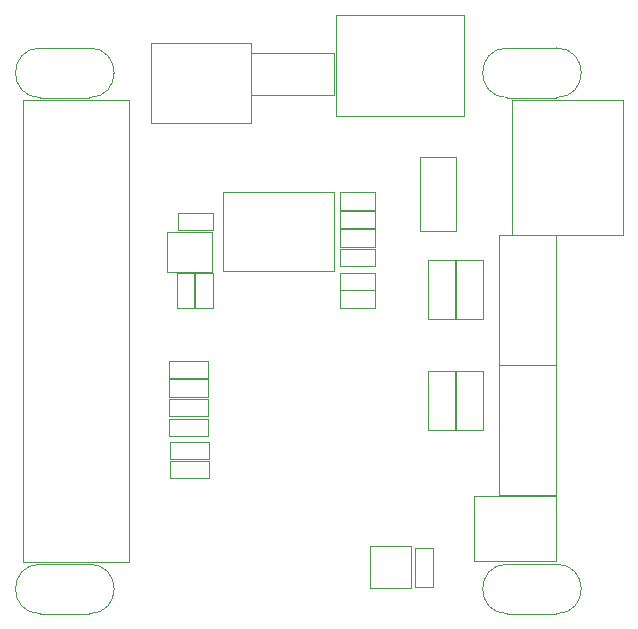
<source format=gbr>
%TF.GenerationSoftware,KiCad,Pcbnew,7.0.7-7.0.7~ubuntu23.04.1*%
%TF.CreationDate,2023-09-19T04:43:30+00:00*%
%TF.ProjectId,m5-pantilt,6d352d70-616e-4746-996c-742e6b696361,1*%
%TF.SameCoordinates,Original*%
%TF.FileFunction,Other,User*%
%FSLAX46Y46*%
G04 Gerber Fmt 4.6, Leading zero omitted, Abs format (unit mm)*
G04 Created by KiCad (PCBNEW 7.0.7-7.0.7~ubuntu23.04.1) date 2023-09-19 04:43:30*
%MOMM*%
%LPD*%
G01*
G04 APERTURE LIST*
%ADD10C,0.050000*%
G04 APERTURE END LIST*
D10*
%TO.C,Hole3*%
X103150000Y-98950000D02*
X107300000Y-98950000D01*
X103150000Y-94750000D02*
X107300000Y-94750000D01*
X107300000Y-98950000D02*
G75*
G03*
X107300000Y-94750000I0J2100000D01*
G01*
X103150000Y-94750000D02*
G75*
G03*
X103150000Y-98950000I0J-2100000D01*
G01*
%TO.C,Hole2*%
X146850000Y-94750000D02*
X142700000Y-94750000D01*
X146850000Y-98950000D02*
X142700000Y-98950000D01*
X142700000Y-94750000D02*
G75*
G03*
X142700000Y-98950000I0J-2100000D01*
G01*
X146850000Y-98950000D02*
G75*
G03*
X146850000Y-94750000I0J2100000D01*
G01*
%TO.C,Hole1*%
X146850000Y-51050000D02*
X142700000Y-51050000D01*
X146850000Y-55250000D02*
X142700000Y-55250000D01*
X142700000Y-51050000D02*
G75*
G03*
X142700000Y-55250000I0J-2100000D01*
G01*
X146850000Y-55250000D02*
G75*
G03*
X146850000Y-51050000I0J2100000D01*
G01*
%TO.C,Hole4*%
X103150000Y-55250000D02*
X107300000Y-55250000D01*
X103150000Y-51050000D02*
X107300000Y-51050000D01*
X107300000Y-55250000D02*
G75*
G03*
X107300000Y-51050000I0J2100000D01*
G01*
X103150000Y-51050000D02*
G75*
G03*
X103150000Y-55250000I0J-2100000D01*
G01*
%TO.C,J6*%
X139050000Y-56850000D02*
X139050000Y-48250000D01*
X139050000Y-48250000D02*
X128150000Y-48250000D01*
X128150000Y-56850000D02*
X139050000Y-56850000D01*
X128150000Y-48250000D02*
X128150000Y-56850000D01*
%TO.C,J5*%
X139900000Y-88950000D02*
X139900000Y-94450000D01*
X139900000Y-94450000D02*
X146800000Y-94450000D01*
X146800000Y-88950000D02*
X139900000Y-88950000D01*
X146800000Y-94450000D02*
X146800000Y-88950000D01*
%TO.C,R3*%
X117350000Y-82230000D02*
X114050000Y-82230000D01*
X117350000Y-80770000D02*
X117350000Y-82230000D01*
X114050000Y-82230000D02*
X114050000Y-80770000D01*
X114050000Y-80770000D02*
X117350000Y-80770000D01*
%TO.C,R4*%
X117350000Y-83930000D02*
X114050000Y-83930000D01*
X117350000Y-82470000D02*
X117350000Y-83930000D01*
X114050000Y-83930000D02*
X114050000Y-82470000D01*
X114050000Y-82470000D02*
X117350000Y-82470000D01*
%TO.C,J7*%
X120950000Y-57375000D02*
X120950000Y-50625000D01*
X120950000Y-50625000D02*
X112550000Y-50625000D01*
X112550000Y-57375000D02*
X120950000Y-57375000D01*
X112550000Y-50625000D02*
X112550000Y-57375000D01*
%TO.C,C3*%
X138350000Y-73980000D02*
X138350000Y-69020000D01*
X140650000Y-73980000D02*
X138350000Y-73980000D01*
X138350000Y-69020000D02*
X140650000Y-69020000D01*
X140650000Y-69020000D02*
X140650000Y-73980000D01*
%TO.C,C4*%
X138264000Y-69020000D02*
X138264000Y-73980000D01*
X135964000Y-69020000D02*
X138264000Y-69020000D01*
X138264000Y-73980000D02*
X135964000Y-73980000D01*
X135964000Y-73980000D02*
X135964000Y-69020000D01*
%TO.C,C1*%
X138250000Y-78420000D02*
X138250000Y-83380000D01*
X135950000Y-78420000D02*
X138250000Y-78420000D01*
X138250000Y-83380000D02*
X135950000Y-83380000D01*
X135950000Y-83380000D02*
X135950000Y-78420000D01*
%TO.C,SW1*%
X143100000Y-66850000D02*
X143100000Y-55450000D01*
X152500000Y-66850000D02*
X143100000Y-66850000D01*
X143100000Y-55450000D02*
X152500000Y-55450000D01*
X152500000Y-55450000D02*
X152500000Y-66850000D01*
%TO.C,Q1*%
X134500000Y-96750000D02*
X131100000Y-96750000D01*
X134500000Y-93250000D02*
X134500000Y-96750000D01*
X131100000Y-96750000D02*
X131100000Y-93250000D01*
X131100000Y-93250000D02*
X134500000Y-93250000D01*
%TO.C,R5*%
X134906200Y-96646200D02*
X134906200Y-93346200D01*
X136366200Y-96646200D02*
X134906200Y-96646200D01*
X134906200Y-93346200D02*
X136366200Y-93346200D01*
X136366200Y-93346200D02*
X136366200Y-96646200D01*
%TO.C,R9*%
X117350000Y-78980000D02*
X114050000Y-78980000D01*
X117350000Y-77520000D02*
X117350000Y-78980000D01*
X114050000Y-78980000D02*
X114050000Y-77520000D01*
X114050000Y-77520000D02*
X117350000Y-77520000D01*
%TO.C,R10*%
X117400000Y-85880000D02*
X114100000Y-85880000D01*
X117400000Y-84420000D02*
X117400000Y-85880000D01*
X114100000Y-85880000D02*
X114100000Y-84420000D01*
X114100000Y-84420000D02*
X117400000Y-84420000D01*
%TO.C,R11*%
X117350000Y-80580000D02*
X114050000Y-80580000D01*
X117350000Y-79120000D02*
X117350000Y-80580000D01*
X114050000Y-80580000D02*
X114050000Y-79120000D01*
X114050000Y-79120000D02*
X117350000Y-79120000D01*
%TO.C,R12*%
X117400000Y-87480000D02*
X114100000Y-87480000D01*
X117400000Y-86020000D02*
X117400000Y-87480000D01*
X114100000Y-87480000D02*
X114100000Y-86020000D01*
X114100000Y-86020000D02*
X117400000Y-86020000D01*
%TO.C,R13*%
X128520000Y-71570000D02*
X131480000Y-71570000D01*
X128520000Y-73030000D02*
X128520000Y-71570000D01*
X131480000Y-71570000D02*
X131480000Y-73030000D01*
X131480000Y-73030000D02*
X128520000Y-73030000D01*
%TO.C,R14*%
X131480000Y-71530000D02*
X128520000Y-71530000D01*
X131480000Y-70070000D02*
X131480000Y-71530000D01*
X128520000Y-71530000D02*
X128520000Y-70070000D01*
X128520000Y-70070000D02*
X131480000Y-70070000D01*
%TO.C,C2*%
X140650000Y-78420000D02*
X140650000Y-83380000D01*
X138350000Y-78420000D02*
X140650000Y-78420000D01*
X140650000Y-83380000D02*
X138350000Y-83380000D01*
X138350000Y-83380000D02*
X138350000Y-78420000D01*
%TO.C,J3*%
X146800000Y-66900000D02*
X142000000Y-66900000D01*
X142000000Y-66900000D02*
X142000000Y-77900000D01*
X146800000Y-77900000D02*
X146800000Y-66900000D01*
X142000000Y-77900000D02*
X146800000Y-77900000D01*
%TO.C,R7*%
X117730000Y-66480000D02*
X114770000Y-66480000D01*
X117730000Y-65020000D02*
X117730000Y-66480000D01*
X114770000Y-66480000D02*
X114770000Y-65020000D01*
X114770000Y-65020000D02*
X117730000Y-65020000D01*
%TO.C,J8*%
X146800000Y-77900000D02*
X142000000Y-77900000D01*
X142000000Y-77900000D02*
X142000000Y-88900000D01*
X146800000Y-88900000D02*
X146800000Y-77900000D01*
X142000000Y-88900000D02*
X146800000Y-88900000D01*
%TO.C,R8*%
X131470000Y-66330000D02*
X128510000Y-66330000D01*
X131470000Y-64870000D02*
X131470000Y-66330000D01*
X128510000Y-66330000D02*
X128510000Y-64870000D01*
X128510000Y-64870000D02*
X131470000Y-64870000D01*
%TO.C,C5*%
X128520000Y-63270000D02*
X131480000Y-63270000D01*
X128520000Y-64730000D02*
X128520000Y-63270000D01*
X131480000Y-63270000D02*
X131480000Y-64730000D01*
X131480000Y-64730000D02*
X128520000Y-64730000D01*
%TO.C,J2*%
X101650000Y-55450000D02*
X110700000Y-55450000D01*
X101650000Y-94550000D02*
X101650000Y-55450000D01*
X110700000Y-55450000D02*
X110700000Y-94550000D01*
X110700000Y-94550000D02*
X101650000Y-94550000D01*
%TO.C,D1*%
X128000000Y-55000000D02*
X121000000Y-55000000D01*
X128000000Y-51500000D02*
X128000000Y-55000000D01*
X121000000Y-55000000D02*
X121000000Y-51500000D01*
X121000000Y-51500000D02*
X128000000Y-51500000D01*
%TO.C,Q2*%
X113880000Y-66600000D02*
X113880000Y-70000000D01*
X113880000Y-70000000D02*
X117720000Y-70000000D01*
X117720000Y-66600000D02*
X113880000Y-66600000D01*
X117720000Y-70000000D02*
X117720000Y-66600000D01*
%TO.C,R15*%
X131480000Y-69530000D02*
X128520000Y-69530000D01*
X131480000Y-68070000D02*
X131480000Y-69530000D01*
X128520000Y-69530000D02*
X128520000Y-68070000D01*
X128520000Y-68070000D02*
X131480000Y-68070000D01*
%TO.C,U1*%
X118600000Y-63250000D02*
X118600000Y-69950000D01*
X118600000Y-69950000D02*
X128000000Y-69950000D01*
X128000000Y-63250000D02*
X118600000Y-63250000D01*
X128000000Y-69950000D02*
X128000000Y-63250000D01*
%TO.C,R2*%
X116270000Y-73080000D02*
X116270000Y-70120000D01*
X117730000Y-73080000D02*
X116270000Y-73080000D01*
X116270000Y-70120000D02*
X117730000Y-70120000D01*
X117730000Y-70120000D02*
X117730000Y-73080000D01*
%TO.C,R6*%
X131480000Y-67870000D02*
X128520000Y-67870000D01*
X131480000Y-66410000D02*
X131480000Y-67870000D01*
X128520000Y-67870000D02*
X128520000Y-66410000D01*
X128520000Y-66410000D02*
X131480000Y-66410000D01*
%TO.C,R1*%
X116180000Y-70120000D02*
X116180000Y-73080000D01*
X114720000Y-70120000D02*
X116180000Y-70120000D01*
X116180000Y-73080000D02*
X114720000Y-73080000D01*
X114720000Y-73080000D02*
X114720000Y-70120000D01*
%TO.C,D2*%
X135330000Y-66574000D02*
X138330000Y-66574000D01*
X135330000Y-66574000D02*
X135330000Y-60274000D01*
X135330000Y-60274000D02*
X138330000Y-60274000D01*
X138330000Y-60274000D02*
X138330000Y-66574000D01*
%TD*%
M02*

</source>
